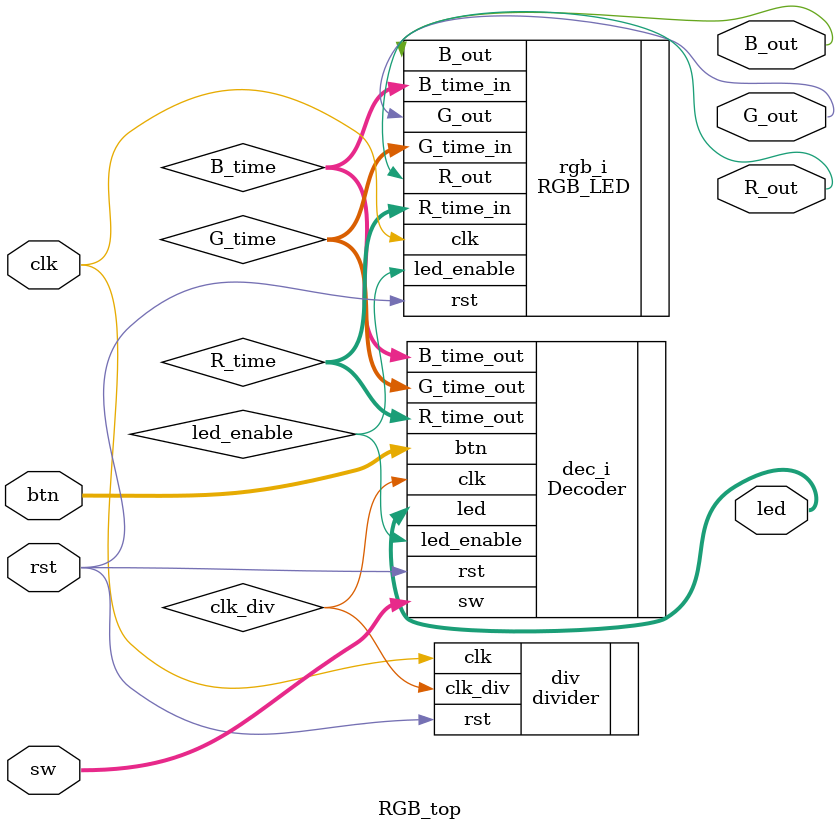
<source format=v>
module RGB_top (
    input       clk,
    input       rst,
    input  [1:0] sw,
    input  [3:1] btn,
    output			R_out,
    output			G_out,
    output			B_out,
    output  [3:0]   led     
);

  wire [7:0] R_time, G_time, B_time;
  wire led_enable,clk_div;

  divider div(
    .clk(clk),
    .rst(rst),
    .clk_div(clk_div)
  );

  Decoder dec_i (
    .clk(clk_div),
    .rst(rst),
    .sw ( sw ),
    .btn( btn ),
    .R_time_out ( R_time ),
    .G_time_out ( G_time ),
    .B_time_out ( B_time ),
    .led_enable (led_enable),
    .led( led )
  );

  RGB_LED rgb_i (
    .clk ( clk ),
    .rst ( rst ),
    .led_enable ( led_enable ),
    .R_time_in ( R_time ),
    .G_time_in ( G_time ),
    .B_time_in ( B_time ),
    .R_out ( R_out ),
    .G_out ( G_out ),
    .B_out ( B_out )
  );

endmodule // RGB_top

</source>
